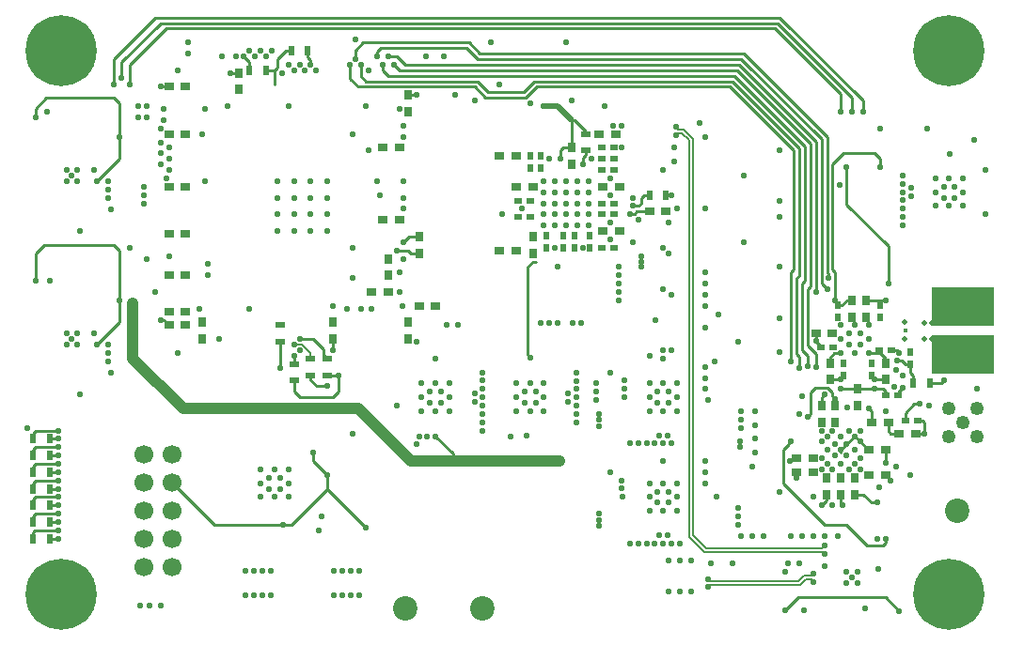
<source format=gbl>
%FSLAX46Y46*%
%MOMM*%
%ADD16C,0.180000*%
%ADD14C,0.200000*%
%ADD13C,0.250000*%
%ADD18C,0.280000*%
%ADD17C,0.500000*%
%ADD15C,1.000000*%
%AMPS24*
1,1,1.250000,0.000000,0.000000*
%
%ADD24PS24*%
%AMPS28*
1,1,2.200000,0.000000,0.000000*
%
%ADD28PS28*%
%AMPS42*
1,1,1.700000,0.000000,0.000000*
%
%ADD42PS42*%
%AMPS40*
1,1,1.700000,0.000000,0.000000*
%
%ADD40PS40*%
%AMPS20*
1,1,2.200000,0.000000,0.000000*
%
%ADD20PS20*%
%AMPS41*
1,1,1.700000,0.000000,0.000000*
%
%ADD41PS41*%
%AMPS25*
1,1,1.250000,0.000000,0.000000*
%
%ADD25PS25*%
%AMPS38*
1,1,1.700000,0.000000,0.000000*
%
%ADD38PS38*%
%AMPS23*
1,1,1.250000,0.000000,0.000000*
%
%ADD23PS23*%
%AMPS39*
1,1,1.700000,0.000000,0.000000*
%
%ADD39PS39*%
%AMPS19*
21,1,0.800000,0.750000,0.000000,0.000000,0.000000*
%
%ADD19PS19*%
%AMPS30*
21,1,0.800000,0.750000,0.000000,0.000000,270.000000*
%
%ADD30PS30*%
%AMPS32*
21,1,0.800000,0.750000,0.000000,0.000000,180.000000*
%
%ADD32PS32*%
%AMPS29*
21,1,0.800000,0.750000,0.000000,0.000000,90.000000*
%
%ADD29PS29*%
%AMPS36*
21,1,0.500000,0.900000,0.000000,0.000000,0.000000*
%
%ADD36PS36*%
%AMPS31*
21,1,0.500000,0.900000,0.000000,0.000000,270.000000*
%
%ADD31PS31*%
%AMPS26*
21,1,0.500000,0.900000,0.000000,0.000000,180.000000*
%
%ADD26PS26*%
%AMPS21*
21,1,0.500000,0.900000,0.000000,0.000000,90.000000*
%
%ADD21PS21*%
%AMPS27*
21,1,0.600000,0.500000,0.000000,0.000000,0.000000*
%
%ADD27PS27*%
%AMPS22*
21,1,0.600000,0.500000,0.000000,0.000000,270.000000*
%
%ADD22PS22*%
%AMPS35*
21,1,0.600000,0.500000,0.000000,0.000000,180.000000*
%
%ADD35PS35*%
%AMPS37*
21,1,0.600000,0.500000,0.000000,0.000000,90.000000*
%
%ADD37PS37*%
%AMPS47*
1,1,0.550000,0.000000,0.000000*
%
%ADD47PS47*%
%AMPS55*
1,1,0.500000,0.000000,0.000000*
%
%ADD55PS55*%
%AMPS51*
1,1,0.500000,0.000000,0.000000*
%
%ADD51PS51*%
%AMPS46*
1,1,0.550000,0.000000,0.000000*
%
%ADD46PS46*%
%AMPS53*
1,1,0.500000,0.000000,0.000000*
%
%ADD53PS53*%
%AMPS52*
1,1,0.410000,0.000000,0.000000*
%
%ADD52PS52*%
%AMPS43*
1,1,0.500000,0.000000,0.000000*
%
%ADD43PS43*%
%AMPS48*
1,1,0.550000,0.000000,0.000000*
%
%ADD48PS48*%
%AMPS50*
1,1,0.500000,0.000000,0.000000*
%
%ADD50PS50*%
%AMPS44*
1,1,0.550000,0.000000,0.000000*
%
%ADD44PS44*%
%AMPS49*
1,1,0.550000,0.000000,0.000000*
%
%ADD49PS49*%
%AMPS54*
1,1,0.500000,0.000000,0.000000*
%
%ADD54PS54*%
%AMPS45*
1,1,0.550000,0.000000,0.000000*
%
%ADD45PS45*%
%AMPS33*
21,1,3.500000,5.537200,-0.020000,0.000000,270.000000*
%
%ADD33PS33*%
%AMPS12*
1,1,6.400000,0.000000,0.000000*
%
%ADD12PS12*%
%AMPS10*
1,1,6.400000,0.000000,0.000000*
%
%ADD10PS10*%
%AMPS11*
1,1,6.400000,0.000000,0.000000*
%
%ADD11PS11*%
%AMPS34*
21,1,3.500000,5.537200,0.020000,0.000000,270.000000*
%
%ADD34PS34*%
G01*
G01*
%LPD*%
D13*
X31500000Y50750000D02*
X31000000Y51250000D01*
D13*
X72750000Y39118328D02*
X72750000Y42500000D01*
D14*
X57927512Y45575000D02*
X58575000Y44927512D01*
D13*
X49250000Y45500000D02*
X49250000Y45750000D01*
D13*
X68469668Y25393922D02*
X68211999Y25651591D01*
D13*
X68211999Y25651591D02*
X68211999Y32461999D01*
D13*
X40500000Y49250000D02*
X39500000Y50250000D01*
D13*
X500000Y35500000D02*
X6750000Y35500000D01*
D13*
X25054985Y22750000D02*
X26000000Y22750000D01*
D13*
X54500000Y40000000D02*
X55000000Y40000000D01*
D13*
X7469668Y51969668D02*
X7469668Y50530332D01*
D13*
X72225000Y12125000D02*
X72350000Y12000000D01*
D14*
X57383184Y45375000D02*
X57583184Y45575000D01*
D14*
X57383184Y46125000D02*
X57583184Y45925000D01*
D15*
X33500000Y16000000D02*
X28750000Y20750000D01*
D13*
X79600000Y19650000D02*
X79750000Y19500000D01*
D13*
X44861998Y49750000D02*
X43861998Y48750000D01*
D13*
X72225000Y13000000D02*
X72225000Y12125000D01*
D13*
X44654868Y50249990D02*
X43654878Y49250000D01*
D13*
X77699989Y25050011D02*
X77269235Y25050011D01*
D13*
X69000000Y32250000D02*
X69000000Y44414240D01*
D13*
X76500000Y19500000D02*
X76500000Y18750000D01*
D13*
X63285600Y52250000D02*
X39500000Y52250000D01*
D13*
X-500000Y18500000D02*
X-500000Y18000000D01*
D15*
X45738827Y15994557D02*
X38500000Y16000000D01*
D13*
X26000000Y25250000D02*
X25679290Y25570710D01*
D13*
X78750000Y23750000D02*
X78500000Y24000000D01*
D13*
X68500000Y44207120D02*
X62457130Y50249990D01*
D13*
X69250000Y20000000D02*
X69524999Y20274999D01*
D13*
X70500000Y21000000D02*
X70500000Y21750000D01*
D13*
X47000000Y44000000D02*
X47000000Y43250000D01*
D13*
X71500000Y42750000D02*
X72500000Y43750000D01*
D13*
X75250000Y43750000D02*
X75750000Y43250000D01*
D13*
X22750000Y10250000D02*
X26000000Y13500000D01*
D13*
X6750000Y48750000D02*
X715484Y48750000D01*
D13*
X35750000Y18250000D02*
X37300000Y16700000D01*
D13*
X69000000Y44414240D02*
X62664240Y50750000D01*
D13*
X28500000Y53000000D02*
X28500000Y52250000D01*
D16*
X23000000Y26500000D02*
X23732602Y26500000D01*
D13*
X69500000Y31750000D02*
X69500000Y44621360D01*
D13*
X76800000Y26000000D02*
X77266360Y26000000D01*
D13*
X8250000Y51750000D02*
X11500000Y55000000D01*
D13*
X70000000Y26850000D02*
X70000000Y27500000D01*
D13*
X39750000Y52750000D02*
X38750000Y53750000D01*
D13*
X73500000Y18250000D02*
X72250000Y17000000D01*
D17*
X48000000Y46750000D02*
X46750000Y48000000D01*
D13*
X11000000Y28750000D02*
X11250000Y28750000D01*
D13*
X76300000Y21900000D02*
X76300000Y22250000D01*
D13*
X71650000Y25750000D02*
X72250000Y25750000D01*
D13*
X24750000Y27000000D02*
X23500000Y27000000D01*
D18*
X67475001Y17475001D02*
X67750000Y17750000D01*
D13*
X63492720Y52750000D02*
X39750000Y52750000D01*
D13*
X71100000Y32900000D02*
X71000000Y33000000D01*
D13*
X-500000Y9000000D02*
X-500000Y9550000D01*
D13*
X76250000Y3750000D02*
X77500000Y2500000D01*
D13*
X77400000Y22200000D02*
X77850000Y22650000D01*
D13*
X23500000Y21750000D02*
X26500000Y21750000D01*
D16*
X23732602Y26500000D02*
X24500000Y25732602D01*
D13*
X38500000Y53250000D02*
X30861092Y53250000D01*
D17*
X46750000Y48000000D02*
X45500000Y48000000D01*
D13*
X62250000Y49750000D02*
X44861998Y49750000D01*
D13*
X75750000Y43250000D02*
X75750000Y42500000D01*
D13*
X26000000Y14750000D02*
X24750000Y16000000D01*
D14*
X58072488Y45925000D02*
X58925000Y45072488D01*
D13*
X-250000Y32250000D02*
X-250000Y34750000D01*
D13*
X75000000Y19500000D02*
X75000000Y20500000D01*
D13*
X74250000Y47500000D02*
X74250000Y48500000D01*
D13*
X63078480Y51750000D02*
X70000008Y44828472D01*
D13*
X21250000Y51250000D02*
X20500000Y51250000D01*
D13*
X1750000Y12000000D02*
X1000000Y12000000D01*
D13*
X1000000Y16500000D02*
X1750000Y16500000D01*
D13*
X31000000Y51250000D02*
X31000000Y51750000D01*
D13*
X715484Y48750000D02*
X-250000Y47784516D01*
D18*
X76023907Y8384999D02*
X76250000Y8611092D01*
D13*
X33000000Y51750000D02*
X63078480Y51750000D01*
D13*
X49250000Y43638002D02*
X49250000Y44000000D01*
D13*
X77500000Y18500000D02*
X76750000Y18500000D01*
D13*
X-500000Y14000000D02*
X-250000Y14250000D01*
D13*
X76300000Y22250000D02*
X76000000Y22550000D01*
D16*
X24500000Y25732602D02*
X24500000Y25250000D01*
D13*
X-250000Y15750000D02*
X1750000Y15750000D01*
D13*
X26530000Y26970000D02*
X26500000Y27000000D01*
D13*
X21250000Y51250000D02*
X21250000Y50000000D01*
D13*
X27000000Y22250000D02*
X27000000Y23750000D01*
D13*
X74750000Y17000000D02*
X73500000Y18250000D01*
D13*
X54250000Y39750000D02*
X54500000Y40000000D01*
D13*
X7250000Y43238045D02*
X7250000Y43750000D01*
D13*
X18000000Y51000000D02*
X17250000Y51000000D01*
D13*
X68250000Y15000000D02*
X68250000Y14500000D01*
D13*
X23500000Y21750000D02*
X23000000Y22250000D01*
D13*
X28000000Y50500000D02*
X28000000Y51750000D01*
D13*
X11000000Y55500000D02*
X7469668Y51969668D01*
D14*
X68427512Y5175000D02*
X60450000Y5175000D01*
D13*
X30861092Y53250000D02*
X30500000Y52888908D01*
D13*
X70000000Y26750000D02*
X70000000Y26850000D01*
D13*
X-500000Y9550000D02*
X-300000Y9750000D01*
D15*
X45738827Y15994557D02*
X46313827Y15994557D01*
D13*
X5250000Y26500000D02*
X7250000Y28500000D01*
D13*
X72500000Y43750000D02*
X75250000Y43750000D01*
D13*
X22250000Y53000000D02*
X21500000Y52250000D01*
D13*
X31500000Y52500000D02*
X32250000Y52500000D01*
D13*
X1750000Y18750000D02*
X-250000Y18750000D01*
D13*
X34250000Y34750000D02*
X33500000Y34750000D01*
D13*
X71475001Y22163001D02*
X71475001Y21896349D01*
D14*
X68927512Y5675000D02*
X68427512Y5175000D01*
D13*
X33322488Y36250000D02*
X32822488Y35750000D01*
D13*
X-500000Y12500000D02*
X-250000Y12750000D01*
D13*
X7250000Y48250000D02*
X6750000Y48750000D01*
D13*
X70000000Y25690364D02*
X69250000Y26440364D01*
D13*
X19000000Y52000000D02*
X18500000Y52500000D01*
D18*
X72750000Y10250000D02*
X70750000Y10250000D01*
D14*
X60450000Y4825000D02*
X60250000Y4625000D01*
D13*
X73700000Y22550000D02*
X73750000Y22500000D01*
D13*
X81250000Y23000000D02*
X81500000Y23250000D01*
D13*
X32250000Y52500000D02*
X33000000Y51750000D01*
D15*
X37900000Y16000000D02*
X38500000Y16000000D01*
D13*
X53638908Y38250000D02*
X53250000Y38250000D01*
D13*
X26000000Y13500000D02*
X26000000Y14750000D01*
D13*
X21750000Y26750000D02*
X21750000Y24350030D01*
D13*
X70500000Y45035600D02*
X63285600Y52250000D01*
D13*
X24500000Y23750000D02*
X24500000Y23304985D01*
D13*
X73800000Y22550000D02*
X73750000Y22500000D01*
D13*
X24750000Y16000000D02*
X24750000Y16750000D01*
D13*
X79000000Y18500000D02*
X79750000Y18500000D01*
D13*
X28750000Y49750000D02*
X28000000Y50500000D01*
D13*
X40250000Y48750000D02*
X39250000Y49750000D01*
D13*
X-500000Y17000000D02*
X-250000Y17250000D01*
D13*
X68000000Y44000002D02*
X62250000Y49750000D01*
D13*
X23000000Y23250000D02*
X23000000Y22250000D01*
D13*
X29500000Y50250000D02*
X29000000Y50750000D01*
D13*
X78750000Y23000000D02*
X78750000Y23750000D01*
D13*
X-250000Y34750000D02*
X500000Y35500000D01*
D13*
X77400000Y21900000D02*
X77400000Y22200000D01*
D13*
X1750000Y15000000D02*
X1000000Y15000000D01*
D13*
X76250000Y14750000D02*
X76750000Y14250000D01*
D13*
X33500000Y34750000D02*
X33250000Y35000000D01*
D18*
X67064990Y17064990D02*
X67475001Y17475001D01*
D13*
X26500000Y21750000D02*
X27000000Y22250000D01*
D15*
X33500000Y16000000D02*
X37300000Y16000000D01*
D13*
X69250000Y31500000D02*
X69500000Y31750000D01*
D13*
X-250000Y47784516D02*
X-250000Y47000000D01*
D13*
X70450000Y26250000D02*
X70450000Y26300000D01*
D13*
X69524999Y20274999D02*
X69524999Y22163001D01*
D13*
X69250000Y26440364D02*
X69250000Y31500000D01*
D13*
X1750000Y18000000D02*
X1000000Y18000000D01*
D13*
X75000000Y12250000D02*
X74250000Y13000000D01*
D14*
X57583184Y45575000D02*
X57927512Y45575000D01*
D13*
X21500000Y52250000D02*
X21500000Y51500000D01*
D14*
X69575000Y5675000D02*
X68927512Y5675000D01*
D13*
X44250000Y25301469D02*
X44000000Y25551469D01*
D18*
X70750000Y10250000D02*
X67064990Y13935010D01*
D13*
X69250000Y25500000D02*
X68750000Y26000000D01*
D13*
X71100000Y32500000D02*
X71100000Y32900000D01*
D13*
X29000000Y50750000D02*
X29000000Y51750000D01*
D14*
X69575000Y5325000D02*
X69072488Y5325000D01*
D13*
X70000008Y44828472D02*
X70000008Y31250000D01*
D13*
X54250000Y39250000D02*
X54250000Y39750000D01*
D18*
X74615001Y8384999D02*
X76023907Y8384999D01*
D13*
X75750000Y25750000D02*
X74750000Y25750000D01*
D13*
X39500000Y52250000D02*
X38500000Y53250000D01*
D13*
X26530000Y26000000D02*
X26530000Y26970000D01*
D14*
X57583184Y45925000D02*
X58072488Y45925000D01*
D13*
X71250000Y23350000D02*
X72250000Y23350000D01*
D13*
X75000000Y23700000D02*
X75000000Y23600000D01*
D13*
X72000000Y30250000D02*
X71750000Y30500000D01*
D13*
X43654878Y49250000D02*
X40500000Y49250000D01*
D13*
X34250000Y36250000D02*
X33322488Y36250000D01*
D13*
X21500000Y51500000D02*
X21250000Y51250000D01*
D13*
X-250000Y14250000D02*
X1750000Y14250000D01*
D13*
X47250000Y44250000D02*
X47000000Y44000000D01*
D13*
X24500000Y23304985D02*
X25054985Y22750000D01*
D13*
X68750000Y26000000D02*
X68750000Y32000000D01*
D13*
X78050000Y24700000D02*
X77699989Y25050011D01*
D13*
X76250000Y24850000D02*
X76250000Y25250000D01*
D13*
X7250000Y28500000D02*
X7250000Y30500000D01*
D13*
X75000000Y20500000D02*
X74750000Y20750000D01*
D13*
X76250000Y23350000D02*
X75250000Y23350000D01*
D13*
X8250000Y50000000D02*
X8250000Y51750000D01*
D13*
X71250000Y25350000D02*
X71650000Y25750000D01*
D13*
X76500000Y35368328D02*
X72750000Y39118328D01*
D13*
X68250000Y16250000D02*
X67929991Y16250000D01*
D14*
X58575000Y44927512D02*
X58575000Y9177512D01*
D13*
X78500000Y24700000D02*
X78050000Y24700000D01*
D13*
X30500000Y52888908D02*
X30500000Y52500000D01*
D13*
X-500000Y13500000D02*
X-500000Y14000000D01*
D13*
X70500000Y32000000D02*
X70500000Y45035600D01*
D13*
X69961999Y22600001D02*
X71038001Y22600001D01*
D13*
X70000000Y24510022D02*
X70000000Y25690364D01*
D13*
X1000000Y10500000D02*
X1750000Y10500000D01*
D13*
X72000000Y30050000D02*
X72325000Y30050000D01*
D13*
X25679290Y26070710D02*
X24750000Y27000000D01*
D15*
X8500000Y29500000D02*
X8500000Y30250000D01*
D13*
X1000000Y13500000D02*
X1750000Y13500000D01*
D13*
X66750000Y56000000D02*
X10500000Y56000000D01*
D13*
X24500000Y52138908D02*
X24250000Y52388908D01*
D14*
X70550000Y8175000D02*
X70750000Y8375000D01*
D13*
X72250000Y49085760D02*
X72250000Y47500000D01*
D13*
X68000000Y33300001D02*
X68000000Y44000002D01*
D14*
X60450000Y5175000D02*
X60250000Y5375000D01*
D13*
X73250000Y48792880D02*
X66542880Y55500000D01*
D13*
X19000000Y51250000D02*
X19000000Y52000000D01*
D13*
X33250000Y35000000D02*
X32280001Y35000000D01*
D13*
X48000000Y46750000D02*
X48000000Y44250000D01*
D13*
X15810000Y10250000D02*
X22000000Y10250000D01*
D13*
X71750000Y30500000D02*
X71750000Y33000000D01*
D13*
X62664240Y50750000D02*
X31500000Y50750000D01*
D15*
X46313827Y15994557D02*
X46888827Y15994557D01*
D13*
X71000000Y45242720D02*
X63492720Y52750000D01*
D13*
X49000000Y42750000D02*
X49000000Y43388002D01*
D13*
X48000000Y44250000D02*
X47250000Y44250000D01*
D13*
X25679290Y25570710D02*
X25679290Y26070710D01*
D13*
X71500000Y33250000D02*
X71500000Y42750000D01*
D13*
X72500000Y23600000D02*
X72250000Y23350000D01*
D13*
X24250000Y52388908D02*
X24250000Y53000000D01*
D15*
X28750000Y20750000D02*
X13000000Y20750000D01*
D13*
X69250000Y24600000D02*
X69250000Y25500000D01*
D13*
X-500000Y15000000D02*
X-500000Y15500000D01*
D13*
X76250000Y15850000D02*
X76250000Y17000000D01*
D13*
X72000000Y30050000D02*
X72000000Y30250000D01*
D13*
X54000000Y39000000D02*
X54250000Y39250000D01*
D13*
X77266360Y26000000D02*
X77504056Y25762304D01*
D13*
X7250000Y35000000D02*
X7250000Y30500000D01*
D18*
X74615001Y8384999D02*
X72750000Y10250000D01*
D13*
X24500000Y51750000D02*
X24500000Y52138908D01*
D13*
X66335760Y55000000D02*
X72250000Y49085760D01*
D13*
X68469668Y24380332D02*
X68469668Y25393922D01*
D13*
X78500000Y24000000D02*
X78500000Y24700000D01*
D13*
X71250000Y24850000D02*
X71250000Y25350000D01*
D13*
X7250000Y43750000D02*
X7250000Y45238045D01*
D14*
X59927512Y7825000D02*
X70550000Y7825000D01*
D13*
X71750000Y33000000D02*
X71500000Y33250000D01*
D13*
X32500000Y51250000D02*
X32000000Y51750000D01*
D13*
X76250000Y25250000D02*
X75750000Y25750000D01*
D13*
X75500000Y12250000D02*
X75000000Y12250000D01*
D13*
X-500000Y11000000D02*
X-250000Y11250000D01*
D13*
X75750000Y30500000D02*
X76250000Y30500000D01*
D13*
X76500000Y32000000D02*
X76500000Y35368328D01*
D13*
X72500000Y23700000D02*
X72500000Y23600000D01*
D13*
X70975000Y12475000D02*
X70500000Y12000000D01*
D13*
X44000000Y33500000D02*
X44500000Y34000000D01*
D13*
X6750000Y52250000D02*
X6750000Y50000000D01*
D13*
X70500000Y21750000D02*
X70750000Y22000000D01*
D13*
X75000000Y23600000D02*
X75250000Y23350000D01*
D13*
X53500000Y39000000D02*
X54000000Y39000000D01*
D14*
X69775000Y5875000D02*
X69575000Y5675000D01*
D13*
X23000000Y24750000D02*
X23000000Y25500000D01*
D13*
X38750000Y53750000D02*
X29250000Y53750000D01*
D13*
X67750000Y33050001D02*
X68000000Y33300001D01*
D13*
X67250000Y2570011D02*
X68429989Y3750000D01*
D13*
X55000000Y38500000D02*
X53888908Y38500000D01*
D13*
X-250000Y18750000D02*
X-500000Y18500000D01*
D13*
X-500000Y15500000D02*
X-250000Y15750000D01*
D13*
X-500000Y12000000D02*
X-500000Y12500000D01*
D13*
X71038001Y22600001D02*
X71475001Y22163001D01*
D13*
X75250000Y22550000D02*
X73800000Y22550000D01*
D13*
X29250000Y53750000D02*
X28500000Y53000000D01*
D13*
X11750000Y49750000D02*
X11000000Y49750000D01*
D13*
X71750000Y21000000D02*
X71750000Y21621350D01*
D14*
X58925000Y9322488D02*
X60072488Y8175000D01*
D13*
X62871360Y51250000D02*
X32500000Y51250000D01*
D14*
X69072488Y5325000D02*
X68572488Y4825000D01*
D13*
X-250000Y12750000D02*
X1750000Y12750000D01*
D13*
X44500000Y34000000D02*
X44750000Y34000000D01*
D13*
X70450000Y26300000D02*
X70000000Y26750000D01*
D13*
X12020000Y14040000D02*
X15810000Y10250000D01*
D13*
X-500000Y10500000D02*
X-500000Y11000000D01*
D13*
X71000000Y31500000D02*
X70500000Y32000000D01*
D13*
X-250000Y11250000D02*
X1750000Y11250000D01*
D13*
X44000000Y25551469D02*
X44000000Y33500000D01*
D13*
X75750000Y30050000D02*
X75750000Y30500000D01*
D13*
X37300000Y16700000D02*
X37300000Y16000000D01*
D13*
X26000000Y23750000D02*
X27000000Y23750000D01*
D13*
X72325000Y30050000D02*
X72775000Y30500000D01*
D13*
X69524999Y22163001D02*
X69961999Y22600001D01*
D13*
X68429989Y3750000D02*
X76250000Y3750000D01*
D13*
X78050000Y19650000D02*
X78050000Y20350000D01*
D13*
X70975000Y13000000D02*
X70975000Y12475000D01*
D14*
X70550000Y7825000D02*
X70750000Y7625000D01*
D13*
X68500000Y32750000D02*
X68500000Y44207120D01*
D14*
X69775000Y5125000D02*
X69575000Y5325000D01*
D13*
X66542880Y55500000D02*
X11000000Y55500000D01*
D13*
X39250000Y49750000D02*
X28750000Y49750000D01*
D18*
X67064990Y13935010D02*
X67064990Y17064990D01*
D13*
X67750000Y25000000D02*
X67750000Y33050001D01*
D13*
X79750000Y19500000D02*
X79750000Y18500000D01*
D13*
X-300000Y9750000D02*
X1750000Y9750000D01*
D14*
X58925000Y45072488D02*
X58925000Y9322488D01*
D15*
X13000000Y20750000D02*
X8500000Y25250000D01*
D14*
X68572488Y4825000D02*
X60450000Y4825000D01*
D13*
X-500000Y16500000D02*
X-500000Y17000000D01*
D14*
X58575000Y9177512D02*
X59927512Y7825000D01*
D13*
X-250000Y17250000D02*
X1750000Y17250000D01*
D13*
X29500000Y10000000D02*
X26000000Y13500000D01*
D13*
X22000000Y10250000D02*
X22750000Y10250000D01*
D13*
X72775000Y30500000D02*
X73250000Y30500000D01*
D13*
X68750000Y32000000D02*
X69000000Y32250000D01*
D13*
X53888908Y38500000D02*
X53638908Y38250000D01*
D13*
X5250000Y41238045D02*
X7250000Y43238045D01*
D15*
X37300000Y16000000D02*
X37900000Y16000000D01*
D13*
X79150000Y19650000D02*
X79600000Y19650000D01*
D13*
X71475001Y21896349D02*
X71750000Y21621350D01*
D13*
X78850000Y21150000D02*
X79350000Y21150000D01*
D13*
X71000000Y33000000D02*
X71000000Y45242720D01*
D13*
X72250000Y22550000D02*
X73700000Y22550000D01*
D13*
X39500000Y50250000D02*
X29500000Y50250000D01*
D13*
X49250000Y45750000D02*
X48250000Y46750000D01*
D13*
X68211999Y32461999D02*
X68500000Y32750000D01*
D13*
X74250000Y48500000D02*
X66750000Y56000000D01*
D13*
X74500000Y30500000D02*
X75750000Y30500000D01*
D13*
X69500000Y44621360D02*
X62871360Y51250000D01*
D13*
X48250000Y46750000D02*
X48000000Y46750000D01*
D13*
X22750000Y53000000D02*
X22250000Y53000000D01*
D13*
X43861998Y48750000D02*
X40250000Y48750000D01*
D13*
X6750000Y35500000D02*
X7250000Y35000000D01*
D13*
X80250000Y23000000D02*
X81250000Y23000000D01*
D13*
X11250000Y28750000D02*
X11750000Y28250000D01*
D13*
X7250000Y45238045D02*
X7250000Y48250000D01*
D15*
X8500000Y25250000D02*
X8500000Y29500000D01*
D13*
X49000000Y43388002D02*
X49250000Y43638002D01*
D13*
X33250000Y49000000D02*
X34000000Y49000000D01*
D14*
X60072488Y8175000D02*
X70550000Y8175000D01*
D13*
X76500000Y18750000D02*
X76750000Y18500000D01*
D13*
X10500000Y56000000D02*
X6750000Y52250000D01*
D13*
X62457130Y50249990D02*
X44654868Y50249990D01*
D18*
X76250000Y8611092D02*
X76250000Y9000000D01*
D13*
X72250000Y16750000D02*
X72250000Y17000000D01*
D13*
X67929991Y16250000D02*
X67679991Y16000000D01*
D13*
X73250000Y47500000D02*
X73250000Y48792880D01*
D13*
X11500000Y55000000D02*
X66335760Y55000000D01*
D13*
X76000000Y22550000D02*
X75250000Y22550000D01*
D13*
X78050000Y20350000D02*
X78850000Y21150000D01*
D13*
X1750000Y9000000D02*
X1000000Y9000000D01*
D13*
X73475000Y13000000D02*
X74250000Y13000000D01*
D10*
X82000000Y53000000D03*
D11*
X82000000Y4000000D03*
D11*
X2000000Y4000000D03*
D12*
X2000000Y53000000D03*
D19*
X50800000Y36750000D03*
D19*
X52300000Y36750000D03*
D19*
X11750000Y36500000D03*
D19*
X13250000Y36500000D03*
D20*
X82750000Y11500000D03*
D21*
X24500000Y25250000D03*
D21*
X24500000Y23750000D03*
D22*
X47250000Y36300000D03*
D22*
X47250000Y35200000D03*
D23*
X84520000Y18230000D03*
D23*
X81980000Y18230000D03*
D24*
X81980000Y20770000D03*
D25*
X83250000Y19500000D03*
D24*
X84520000Y20770000D03*
D26*
X-500000Y10500000D03*
D26*
X1000000Y10500000D03*
D27*
X50700000Y43250000D03*
D27*
X51800000Y43250000D03*
D28*
X40000000Y2750000D03*
D29*
X14750000Y27000000D03*
D29*
X14750000Y28500000D03*
D22*
X48250000Y36300000D03*
D22*
X48250000Y35200000D03*
D30*
X72225000Y14500000D03*
D30*
X72225000Y13000000D03*
D19*
X50500000Y45500000D03*
D19*
X52000000Y45500000D03*
D30*
X73475000Y14500000D03*
D30*
X73475000Y13000000D03*
D19*
X11750000Y45500000D03*
D19*
X13250000Y45500000D03*
D30*
X34250000Y36250000D03*
D30*
X34250000Y34750000D03*
D31*
X26000000Y23750000D03*
D31*
X26000000Y25250000D03*
D32*
X35750000Y30000000D03*
D32*
X34250000Y30000000D03*
D29*
X70500000Y19500000D03*
D29*
X70500000Y21000000D03*
D33*
X83231000Y29860000D03*
D34*
X83231000Y25640000D03*
D22*
X72500000Y24800000D03*
D22*
X72500000Y23700000D03*
D35*
X44300000Y39500000D03*
D35*
X43200000Y39500000D03*
D19*
X11750000Y32750000D03*
D19*
X13250000Y32750000D03*
D19*
X11750000Y49750000D03*
D19*
X13250000Y49750000D03*
D20*
X33000000Y2750000D03*
D26*
X-500000Y13500000D03*
D26*
X1000000Y13500000D03*
D36*
X20500000Y51250000D03*
D36*
X19000000Y51250000D03*
D30*
X44500000Y36250000D03*
D30*
X44500000Y34750000D03*
D29*
X73750000Y21000000D03*
D29*
X73750000Y22500000D03*
D29*
X31500000Y32750000D03*
D29*
X31500000Y34250000D03*
D32*
X76500000Y19500000D03*
D32*
X75000000Y19500000D03*
D26*
X-500000Y16500000D03*
D26*
X1000000Y16500000D03*
D37*
X75750000Y28950000D03*
D37*
X75750000Y30050000D03*
D19*
X41500000Y35000000D03*
D19*
X43000000Y35000000D03*
D26*
X-500000Y18000000D03*
D26*
X1000000Y18000000D03*
D29*
X71750000Y19500000D03*
D29*
X71750000Y21000000D03*
D35*
X44300000Y38000000D03*
D35*
X43200000Y38000000D03*
D30*
X70975000Y14500000D03*
D30*
X70975000Y13000000D03*
D29*
X74500000Y29000000D03*
D29*
X74500000Y30500000D03*
D26*
X78750000Y23000000D03*
D26*
X80250000Y23000000D03*
D26*
X-500000Y9000000D03*
D26*
X1000000Y9000000D03*
D19*
X74750000Y14750000D03*
D19*
X76250000Y14750000D03*
D19*
X77500000Y18500000D03*
D19*
X79000000Y18500000D03*
D26*
X55000000Y40000000D03*
D26*
X56500000Y40000000D03*
D37*
X72000000Y28950000D03*
D37*
X72000000Y30050000D03*
D32*
X44500000Y40750000D03*
D32*
X43000000Y40750000D03*
D37*
X45250000Y42450000D03*
D37*
X45250000Y43550000D03*
D27*
X50700000Y35250000D03*
D27*
X51800000Y35250000D03*
D21*
X21750000Y28250000D03*
D21*
X21750000Y26750000D03*
D30*
X76250000Y24850000D03*
D30*
X76250000Y23350000D03*
D29*
X48000000Y42750000D03*
D29*
X48000000Y44250000D03*
D26*
X22750000Y53000000D03*
D26*
X24250000Y53000000D03*
D22*
X75000000Y24800000D03*
D22*
X75000000Y23700000D03*
D19*
X50800000Y40750000D03*
D19*
X52300000Y40750000D03*
D35*
X71550000Y26250000D03*
D35*
X70450000Y26250000D03*
D29*
X26500000Y27000000D03*
D29*
X26500000Y28500000D03*
D35*
X79150000Y19650000D03*
D35*
X78050000Y19650000D03*
D30*
X33250000Y49000000D03*
D30*
X33250000Y47500000D03*
D22*
X49650000Y36300000D03*
D22*
X49650000Y35200000D03*
D22*
X45750000Y36300000D03*
D22*
X45750000Y35200000D03*
D19*
X11750000Y28250000D03*
D19*
X13250000Y28250000D03*
D19*
X11750000Y29500000D03*
D19*
X13250000Y29500000D03*
D27*
X50700000Y44250000D03*
D27*
X51800000Y44250000D03*
D30*
X18000000Y51000000D03*
D30*
X18000000Y49500000D03*
D19*
X31000000Y44250000D03*
D19*
X32500000Y44250000D03*
D29*
X33250000Y27000000D03*
D29*
X33250000Y28500000D03*
D27*
X50700000Y38250000D03*
D27*
X51800000Y38250000D03*
D27*
X75700000Y26000000D03*
D27*
X76800000Y26000000D03*
D32*
X69750000Y15000000D03*
D32*
X68250000Y15000000D03*
D32*
X31500000Y31250000D03*
D32*
X30000000Y31250000D03*
D30*
X71250000Y24850000D03*
D30*
X71250000Y23350000D03*
D22*
X78500000Y25800000D03*
D22*
X78500000Y24700000D03*
D19*
X74750000Y17000000D03*
D19*
X76250000Y17000000D03*
D37*
X44250000Y42450000D03*
D37*
X44250000Y43550000D03*
D26*
X-500000Y12000000D03*
D26*
X1000000Y12000000D03*
D32*
X71500000Y27500000D03*
D32*
X70000000Y27500000D03*
D32*
X69750000Y16250000D03*
D32*
X68250000Y16250000D03*
D19*
X11750000Y40750000D03*
D19*
X13250000Y40750000D03*
D27*
X76300000Y21900000D03*
D27*
X77400000Y21900000D03*
D31*
X23000000Y23250000D03*
D31*
X23000000Y24750000D03*
D27*
X50700000Y39250000D03*
D27*
X51800000Y39250000D03*
D21*
X49250000Y45500000D03*
D21*
X49250000Y44000000D03*
D38*
X12020000Y14040000D03*
D39*
X9480000Y8960000D03*
D40*
X12020000Y6420000D03*
D40*
X9480000Y16580000D03*
D41*
X12020000Y16580000D03*
D39*
X9480000Y11500000D03*
D40*
X9480000Y6420000D03*
D42*
X12020000Y8960000D03*
D39*
X9480000Y14040000D03*
D41*
X12020000Y11500000D03*
D26*
X-500000Y15000000D03*
D26*
X1000000Y15000000D03*
D32*
X56500000Y38500000D03*
D32*
X55000000Y38500000D03*
D29*
X73250000Y29000000D03*
D29*
X73250000Y30500000D03*
D27*
X50700000Y42250000D03*
D27*
X51800000Y42250000D03*
D19*
X41500000Y43500000D03*
D19*
X43000000Y43500000D03*
D19*
X31000000Y37750000D03*
D19*
X32500000Y37750000D03*
D43*
X83425000Y27025000D03*
D44*
X70750000Y8375000D03*
D45*
X17000000Y48000000D03*
D45*
X53500000Y35750000D03*
D45*
X56750000Y7000000D03*
D45*
X74750000Y25750000D03*
D46*
X73000000Y26500000D03*
D46*
X63250000Y19750000D03*
D45*
X74000000Y15250000D03*
D47*
X46738827Y28494557D03*
D45*
X65250000Y9250000D03*
D48*
X1750000Y10500000D03*
D45*
X81500000Y40750000D03*
D44*
X54744557Y17578873D03*
D47*
X69750000Y12750000D03*
D44*
X22500000Y15250000D03*
D48*
X24000000Y51250000D03*
D44*
X9000000Y48000000D03*
D46*
X56750000Y12250000D03*
D45*
X47500000Y40250000D03*
D49*
X81500000Y39750000D03*
D45*
X71000000Y31500000D03*
D49*
X32822488Y39750000D03*
D44*
X50500000Y20275000D03*
D44*
X34500000Y23000000D03*
D46*
X75500000Y9000000D03*
D47*
X35750000Y18250000D03*
D47*
X70000000Y26850000D03*
D45*
X63500000Y41750000D03*
D46*
X27375000Y6125000D03*
D45*
X57500000Y23000000D03*
D47*
X71100000Y32500000D03*
D44*
X63250000Y19000000D03*
D44*
X43000000Y21750000D03*
D45*
X26530000Y26000000D03*
D45*
X60000000Y23500000D03*
D45*
X71750000Y30500000D03*
D49*
X77250000Y15500000D03*
D45*
X1750000Y14250000D03*
D45*
X71500000Y12000000D03*
D47*
X70500000Y18750000D03*
D45*
X36250000Y22250000D03*
D45*
X63000000Y11750000D03*
D49*
X55000000Y23000000D03*
D46*
X40750000Y53750000D03*
D45*
X37750000Y28250000D03*
D46*
X56250000Y11500000D03*
D47*
X21500000Y39750000D03*
D45*
X46750000Y33550000D03*
D45*
X34500000Y21750000D03*
D45*
X68500000Y6750000D03*
D45*
X73250000Y5500000D03*
D45*
X28250000Y35250000D03*
D45*
X32750000Y30000000D03*
D43*
X85175000Y28475000D03*
D45*
X60000000Y32000000D03*
D45*
X84500000Y22500000D03*
D46*
X46500000Y37250000D03*
D45*
X60000000Y15000000D03*
D44*
X48125000Y28494557D03*
D49*
X84250000Y45000000D03*
D45*
X72750000Y16500000D03*
D45*
X52536657Y12768328D03*
D45*
X58750000Y7000000D03*
D45*
X73750000Y6000000D03*
D49*
X49500000Y40250000D03*
D46*
X54250000Y34500000D03*
D47*
X77500000Y2500000D03*
D44*
X22500000Y51750000D03*
D45*
X30500000Y41250000D03*
D46*
X55000000Y11500000D03*
D46*
X28875000Y3875000D03*
D45*
X57500000Y12750000D03*
D45*
X29000000Y29750000D03*
D45*
X49500000Y41250000D03*
D44*
X71000000Y17000000D03*
D44*
X52500000Y44250000D03*
D47*
X68500000Y20250000D03*
D46*
X55494557Y8578873D03*
D48*
X32822488Y41250000D03*
D45*
X73000000Y15250000D03*
D45*
X55000000Y20500000D03*
D45*
X15250000Y33750000D03*
D44*
X53250000Y38250000D03*
D44*
X60000000Y14000000D03*
D47*
X52499129Y13517391D03*
D46*
X49500000Y37250000D03*
D45*
X21935000Y51000000D03*
D45*
X11000000Y43750000D03*
D47*
X34500000Y20500000D03*
D47*
X35250000Y22250000D03*
D47*
X35750000Y20500000D03*
D44*
X9109418Y3000000D03*
D46*
X70500000Y17750000D03*
D48*
X71750000Y17500000D03*
D45*
X26500000Y30000000D03*
D50*
X79750000Y27025000D03*
D46*
X52250000Y31250000D03*
D45*
X6250000Y25000000D03*
D45*
X76250000Y20500000D03*
D45*
X82049265Y43700735D03*
D45*
X25250000Y9750000D03*
D44*
X83250000Y39000000D03*
D45*
X77828873Y38005443D03*
D45*
X11000000Y46000000D03*
D44*
X67750000Y17750000D03*
D44*
X45500000Y40250000D03*
D45*
X29500000Y48000000D03*
D45*
X66750000Y13250000D03*
D45*
X75250000Y23350000D03*
D44*
X36750000Y28250000D03*
D44*
X43750000Y22250000D03*
D46*
X78578873Y39880443D03*
D44*
X57750000Y4250000D03*
D47*
X5000056Y42250056D03*
D45*
X56250000Y25250000D03*
D45*
X40000000Y21750000D03*
D45*
X56250000Y42250000D03*
D45*
X72250000Y28250000D03*
D51*
X78000000Y28500000D03*
D47*
X55750000Y12250000D03*
D45*
X71000000Y15750000D03*
D45*
X47500000Y37250000D03*
D45*
X3750000Y22024999D03*
D47*
X34000000Y49000000D03*
D47*
X26625000Y6125000D03*
D45*
X-250000Y47000000D03*
D46*
X24500000Y36750000D03*
D48*
X70500000Y12000000D03*
D44*
X43000000Y20500000D03*
D44*
X77504056Y25762304D03*
D47*
X48875000Y28494557D03*
D47*
X27000000Y23750000D03*
D45*
X48421127Y20244557D03*
D47*
X7250000Y45238045D03*
D45*
X1750000Y12000000D03*
D43*
X82925000Y27025000D03*
D45*
X74000000Y17750000D03*
D44*
X66750000Y44000000D03*
D45*
X73500000Y25750000D03*
D44*
X1750000Y15000000D03*
D46*
X72750000Y6000000D03*
D45*
X18625000Y3875000D03*
D45*
X56750000Y4250000D03*
D44*
X64500000Y20500000D03*
D44*
X76500000Y32000000D03*
D46*
X71500000Y15250000D03*
D45*
X37900000Y16000000D03*
D44*
X53500000Y39000000D03*
D47*
X37300000Y16000000D03*
D46*
X60500000Y6750000D03*
D45*
X37000000Y20500000D03*
D43*
X81175000Y27025000D03*
D44*
X46500000Y35250000D03*
D49*
X53250000Y17578873D03*
D45*
X48500000Y38250000D03*
D45*
X63198531Y17244041D03*
D48*
X21250000Y12750000D03*
D44*
X56619557Y9328873D03*
D45*
X43000000Y23000000D03*
D45*
X74000000Y16250000D03*
D47*
X63250000Y9250000D03*
D49*
X70750000Y6500000D03*
D46*
X47500000Y53750000D03*
D45*
X46313827Y15994557D03*
D45*
X56250000Y23000000D03*
D46*
X9750000Y48000000D03*
D46*
X54250000Y33500000D03*
D45*
X52750000Y22500000D03*
D46*
X3500000Y27500000D03*
D45*
X63000000Y26750000D03*
D45*
X50250000Y23000000D03*
D44*
X82000000Y39000000D03*
D44*
X35000000Y18250000D03*
D47*
X77828873Y37255443D03*
D44*
X82000000Y41500000D03*
D45*
X45500000Y38250000D03*
D45*
X26000000Y39750000D03*
D45*
X77850000Y22650000D03*
D47*
X54250000Y34000000D03*
D44*
X27375000Y3875000D03*
D45*
X76250000Y30500000D03*
D45*
X57500000Y11500000D03*
D49*
X72250000Y27000000D03*
D45*
X25500000Y11000000D03*
D45*
X71750000Y16500000D03*
D45*
X23500000Y26000000D03*
D44*
X51500000Y24000000D03*
D45*
X35750000Y25250000D03*
D45*
X53250000Y8578873D03*
D48*
X55000000Y21750000D03*
D45*
X29750000Y44000000D03*
D45*
X63198531Y17819041D03*
D45*
X56994557Y8578873D03*
D45*
X19500000Y52500000D03*
D46*
X60250000Y21500000D03*
D44*
X51750000Y46250000D03*
D48*
X60250000Y4625000D03*
D47*
X80750000Y41500000D03*
D45*
X26625000Y3875000D03*
D45*
X46500000Y40250000D03*
D45*
X67500000Y6750000D03*
D47*
X67250000Y6000000D03*
D45*
X78578873Y40630443D03*
D44*
X5250000Y41238045D03*
D47*
X51500000Y40000000D03*
D44*
X77828873Y38755443D03*
D45*
X85250000Y38250000D03*
D45*
X45500000Y21750000D03*
D45*
X51500000Y36000000D03*
D47*
X76250000Y9000000D03*
D48*
X3500000Y41250000D03*
D45*
X49000000Y42750000D03*
D46*
X21000000Y53000000D03*
D46*
X73500000Y18250000D03*
D45*
X1750000Y18750000D03*
D45*
X16500000Y52500000D03*
D45*
X45738827Y15994557D03*
D48*
X68250000Y14500000D03*
D45*
X1750000Y17250000D03*
D44*
X43750000Y21250000D03*
D46*
X35750000Y23000000D03*
D48*
X2500000Y41250000D03*
D45*
X80750000Y39000000D03*
D46*
X66750000Y33500000D03*
D47*
X49750000Y43250000D03*
D46*
X38500000Y16000000D03*
D48*
X72250000Y22550000D03*
D49*
X31000000Y51750000D03*
D46*
X55750000Y13250000D03*
D45*
X49500000Y39250000D03*
D44*
X51000000Y48000000D03*
D44*
X40000000Y18750000D03*
D47*
X64500000Y16750000D03*
D44*
X57500000Y21750000D03*
D46*
X73000000Y18750000D03*
D44*
X81500000Y23250000D03*
D46*
X9000000Y47000000D03*
D45*
X9500000Y40000000D03*
D45*
X50475000Y10700000D03*
D47*
X6500000Y24000000D03*
D44*
X26000000Y41250000D03*
D45*
X69775000Y5125000D03*
D46*
X73500000Y28250000D03*
D47*
X72125000Y40900000D03*
D49*
X28875000Y6125000D03*
D45*
X20000000Y15250000D03*
D46*
X48421127Y21744557D03*
D45*
X20750000Y13500000D03*
D47*
X8250000Y50000000D03*
D45*
X77269235Y25050011D03*
D45*
X63500000Y35750000D03*
D45*
X60000000Y45250000D03*
D45*
X7469668Y50530332D03*
D45*
X57383184Y46125000D03*
D45*
X74449990Y2750000D03*
D44*
X19000000Y53000000D03*
D45*
X13500000Y52750000D03*
D45*
X1750000Y15750000D03*
D47*
X72000000Y9250000D03*
D44*
X79750000Y18500000D03*
D45*
X63000000Y10250000D03*
D44*
X53994557Y8578873D03*
D44*
X73750000Y5000000D03*
D44*
X28125000Y6125000D03*
D44*
X48500000Y41250000D03*
D45*
X14750000Y45500000D03*
D47*
X53994557Y17578873D03*
D49*
X62480000Y6770000D03*
D45*
X2500000Y42250000D03*
D46*
X21750000Y24350030D03*
D45*
X54744557Y8578873D03*
D45*
X61051469Y12750000D03*
D44*
X77828873Y41755443D03*
D46*
X26000000Y36750000D03*
D45*
X52250000Y32000000D03*
D46*
X75500000Y12250000D03*
D48*
X45500000Y48000000D03*
D49*
X40000000Y21000000D03*
D48*
X21750000Y13500000D03*
D45*
X32500000Y47750000D03*
D48*
X18500000Y52500000D03*
D45*
X72250000Y18250000D03*
D44*
X55000000Y25500000D03*
D45*
X51500000Y41500000D03*
D47*
X56994557Y17578873D03*
D45*
X55494557Y17578873D03*
D44*
X69250000Y20000000D03*
D44*
X56250000Y31500000D03*
D45*
X37000000Y23000000D03*
D52*
X78025000Y27750000D03*
D45*
X11250000Y47750000D03*
D45*
X74750000Y28250000D03*
D49*
X56750000Y21250000D03*
D45*
X45238827Y28494557D03*
D45*
X56619557Y18328873D03*
D48*
X6250000Y40488045D03*
D48*
X70750000Y22000000D03*
D45*
X50475000Y10125000D03*
D45*
X61250000Y29250000D03*
D44*
X36500000Y52500000D03*
D45*
X45500000Y41250000D03*
D45*
X77050000Y22725000D03*
D49*
X44250000Y20500000D03*
D44*
X57000000Y26000000D03*
D47*
X23000000Y51250000D03*
D46*
X60000000Y38750000D03*
D48*
X21750000Y14500000D03*
D44*
X24500000Y38250000D03*
D47*
X44250000Y25301469D03*
D44*
X11000000Y44750000D03*
D45*
X57500000Y14000000D03*
D44*
X20125000Y3875000D03*
D45*
X80149999Y21000000D03*
D45*
X45500000Y39250000D03*
D47*
X52500000Y46250000D03*
D44*
X30000000Y29750000D03*
D45*
X32822488Y38750000D03*
D45*
X44250000Y23000000D03*
D46*
X50500000Y19125000D03*
D47*
X46000000Y43250000D03*
D44*
X82500000Y39750000D03*
D45*
X32500000Y33000000D03*
D44*
X12500000Y25750000D03*
D45*
X52750000Y21750000D03*
D45*
X-250000Y32250000D03*
D44*
X56250000Y35250000D03*
D45*
X9500000Y39250000D03*
D44*
X66750000Y28850000D03*
D45*
X72250000Y47500000D03*
D44*
X77828873Y41005443D03*
D48*
X39250000Y22125000D03*
D44*
X44750000Y21250000D03*
D45*
X24750000Y16750000D03*
D47*
X3500000Y26500000D03*
D50*
X82925000Y28475000D03*
D45*
X16250000Y27000000D03*
D48*
X32500000Y31250000D03*
D49*
X19375000Y6125000D03*
D45*
X72750000Y5000000D03*
D49*
X71500000Y18750000D03*
D48*
X77828873Y39505443D03*
D44*
X75750000Y46000000D03*
D44*
X71750000Y21621350D03*
D44*
X3750000Y36750000D03*
D47*
X72750000Y42500000D03*
D45*
X37500000Y49000000D03*
D44*
X39250000Y48500000D03*
D47*
X50250000Y22250000D03*
D45*
X1000000Y32250000D03*
D45*
X74000000Y18750000D03*
D44*
X59500000Y46500000D03*
D46*
X72250000Y23350000D03*
D45*
X55000000Y14000000D03*
D49*
X1750000Y11250000D03*
D47*
X56750000Y37500000D03*
D46*
X11000000Y3000000D03*
D45*
X1750000Y16500000D03*
D44*
X3000000Y41750000D03*
D49*
X28250000Y18500000D03*
D46*
X11000000Y49750000D03*
D45*
X48421127Y20994557D03*
D47*
X41500000Y50000000D03*
D45*
X47000000Y43250000D03*
D45*
X34000000Y26750000D03*
D45*
X42488827Y18244557D03*
D50*
X79750000Y28475000D03*
D45*
X12500000Y51250000D03*
D45*
X2500000Y27500000D03*
D45*
X45500000Y20500000D03*
D46*
X32822488Y34250000D03*
D45*
X66750000Y25850000D03*
D45*
X74000000Y26500000D03*
D49*
X11750000Y43250000D03*
D44*
X50475000Y11275000D03*
D45*
X75705546Y13668043D03*
D48*
X1750000Y12750000D03*
D44*
X28250000Y45500000D03*
D53*
X80425000Y27025000D03*
D45*
X15250000Y32750000D03*
D45*
X56244557Y17578873D03*
D47*
X45500000Y23000000D03*
D47*
X23000000Y41250000D03*
D45*
X32000000Y51750000D03*
D47*
X6250000Y25750000D03*
D45*
X70500000Y15250000D03*
D44*
X47671127Y22119557D03*
D45*
X20000000Y12750000D03*
D44*
X21500000Y41250000D03*
D45*
X74750000Y27000000D03*
D45*
X63000000Y11000000D03*
D48*
X17250000Y51000000D03*
D45*
X64500000Y19250000D03*
D45*
X11500000Y41500000D03*
D45*
X60900000Y25000000D03*
D45*
X44250000Y48250000D03*
D45*
X9750000Y47000000D03*
D49*
X67750000Y25000000D03*
D44*
X750000Y47500000D03*
D46*
X48421127Y22494557D03*
D45*
X9750000Y34250000D03*
D47*
X41750000Y38250000D03*
D45*
X29750000Y51250000D03*
D45*
X75250000Y22550000D03*
D46*
X30500000Y52500000D03*
D45*
X70000000Y24510022D03*
D45*
X67250000Y2570011D03*
D45*
X75607112Y6250000D03*
D45*
X52250000Y33500000D03*
D44*
X10000000Y3000000D03*
D45*
X55869557Y9328873D03*
D45*
X49000000Y35250000D03*
D44*
X23000000Y26500000D03*
D54*
X78000000Y27000000D03*
D44*
X46500000Y38250000D03*
D47*
X48421127Y19494557D03*
D46*
X28500000Y52250000D03*
D44*
X44750000Y22250000D03*
D45*
X75750000Y42500000D03*
D46*
X28250000Y32500000D03*
D48*
X50250000Y21500000D03*
D45*
X5000000Y27500000D03*
D45*
X29500000Y10000000D03*
D44*
X27750000Y29750000D03*
D45*
X48500000Y37250000D03*
D48*
X60000000Y28000000D03*
D44*
X70750000Y7625000D03*
D44*
X37000000Y21750000D03*
D45*
X72250000Y25750000D03*
D46*
X48500000Y39250000D03*
D45*
X64250000Y15500000D03*
D43*
X80425000Y28475000D03*
D46*
X56750000Y22250000D03*
D44*
X56250000Y16000000D03*
D47*
X23000000Y39750000D03*
D45*
X72350000Y12000000D03*
D45*
X76750000Y14250000D03*
D45*
X56250000Y14000000D03*
D47*
X40000000Y22500000D03*
D48*
X60000000Y31000000D03*
D44*
X11000000Y28750000D03*
D45*
X49500000Y38250000D03*
D45*
X57744557Y8578873D03*
D46*
X23000000Y36750000D03*
D46*
X20000000Y14000000D03*
D46*
X8250000Y35250000D03*
D46*
X6250000Y41238045D03*
D45*
X34000000Y17500000D03*
D47*
X52500000Y14250000D03*
D45*
X69250000Y24600000D03*
D45*
X1750000Y13500000D03*
D46*
X77780986Y23720777D03*
D46*
X72750000Y17500000D03*
D44*
X54000000Y37750000D03*
D45*
X70000008Y31250000D03*
D45*
X48500000Y40250000D03*
D45*
X36250000Y21250000D03*
D45*
X45988827Y28494557D03*
D45*
X28125000Y3875000D03*
D45*
X72782418Y20853148D03*
D45*
X56750000Y13250000D03*
D47*
X47671127Y21369557D03*
D45*
X60000000Y16000000D03*
D49*
X5250000Y26500000D03*
D54*
X81175000Y28475000D03*
D44*
X64500000Y18000000D03*
D45*
X73500000Y17000000D03*
D48*
X55000000Y12750000D03*
D44*
X11750000Y44250000D03*
D46*
X40000000Y24000000D03*
D45*
X28500000Y54000000D03*
D45*
X29000000Y51750000D03*
D47*
X55750000Y21250000D03*
D45*
X67679991Y16000000D03*
D48*
X60000000Y33000000D03*
D44*
X31500000Y52500000D03*
D45*
X20500000Y52500000D03*
D49*
X15000000Y41250000D03*
D47*
X66750000Y38000000D03*
D45*
X8500000Y30250000D03*
D45*
X77828873Y40255443D03*
D47*
X3500000Y42250000D03*
D45*
X6750000Y50000000D03*
D47*
X57383184Y45375000D03*
D45*
X85250000Y42250000D03*
D45*
X40000000Y19500000D03*
D44*
X32250000Y21000000D03*
D47*
X23500000Y27000000D03*
D45*
X51500000Y37500000D03*
D47*
X24500000Y39750000D03*
D44*
X48421127Y23994557D03*
D44*
X8500000Y29500000D03*
D47*
X1750000Y9000000D03*
D44*
X45500000Y37250000D03*
D45*
X52250000Y32750000D03*
D44*
X70750000Y9250000D03*
D44*
X46500000Y41250000D03*
D49*
X46500000Y39250000D03*
D45*
X22000000Y10250000D03*
D44*
X43500000Y38750000D03*
D44*
X51500000Y15000000D03*
D47*
X72250000Y15750000D03*
D47*
X57750000Y7000000D03*
D45*
X68750000Y9250000D03*
D45*
X53500000Y39750000D03*
D48*
X52750000Y23250000D03*
D46*
X47500000Y38250000D03*
D44*
X23000000Y25500000D03*
D44*
X46888827Y15994557D03*
D45*
X24500000Y41250000D03*
D47*
X39250000Y21375000D03*
D45*
X60250000Y5375000D03*
D44*
X80750000Y40250000D03*
D45*
X60000000Y30000000D03*
D44*
X73250000Y47500000D03*
D45*
X14500000Y29750000D03*
D45*
X19000000Y29750000D03*
D45*
X21500000Y38250000D03*
D48*
X32280001Y35000000D03*
D44*
X21250000Y15250000D03*
D47*
X13500000Y53750000D03*
D45*
X20875000Y3875000D03*
D47*
X50500000Y19700000D03*
D48*
X24500000Y51750000D03*
D45*
X66750000Y39500000D03*
D45*
X57500000Y38750000D03*
D44*
X56244557Y8578873D03*
D45*
X22500000Y14000000D03*
D44*
X1750000Y9750000D03*
D45*
X26000000Y38250000D03*
D45*
X34250000Y18250000D03*
D45*
X20875000Y6125000D03*
D47*
X74250000Y47500000D03*
D55*
X83425000Y28475000D03*
D45*
X32822488Y35750000D03*
D45*
X73000000Y27500000D03*
D45*
X6500000Y38738045D03*
D45*
X23500000Y51750000D03*
D44*
X2500000Y26500000D03*
D46*
X30750000Y39999989D03*
D45*
X11750000Y42250000D03*
D45*
X55500000Y28750000D03*
D45*
X3000000Y27000000D03*
D45*
X20125000Y6125000D03*
D44*
X17750000Y52500000D03*
D45*
X56250000Y20500000D03*
D45*
X52250000Y30500000D03*
D45*
X73500000Y15750000D03*
D45*
X70500000Y16250000D03*
D47*
X40000000Y23250000D03*
D47*
X48000000Y48500000D03*
D45*
X57250000Y44250000D03*
D45*
X60000000Y22500000D03*
D45*
X1750000Y18000000D03*
D45*
X22500000Y48000000D03*
D44*
X56250000Y26000000D03*
D44*
X-1000031Y19000000D03*
D45*
X25000000Y51250000D03*
D45*
X7250000Y30500000D03*
D46*
X22500000Y12750000D03*
D45*
X57500000Y20500000D03*
D45*
X9500000Y40750000D03*
D47*
X11250000Y46750000D03*
D44*
X35250000Y21250000D03*
D45*
X57250000Y43000000D03*
D48*
X11750000Y34500000D03*
D44*
X47500000Y39250000D03*
D46*
X6250000Y39738045D03*
D45*
X6250000Y26500000D03*
D45*
X19375000Y3875000D03*
D44*
X34869654Y52500000D03*
D46*
X80000000Y46000000D03*
D46*
X67750000Y9250000D03*
D45*
X26000000Y14750000D03*
D45*
X83250000Y41500000D03*
D45*
X60000000Y24500000D03*
D45*
X32822488Y46250000D03*
D45*
X28000000Y51750000D03*
D48*
X68750000Y21850000D03*
D46*
X43963343Y18268328D03*
D45*
X48421127Y23244557D03*
D45*
X55750000Y22250000D03*
D44*
X11000000Y42750000D03*
D44*
X57000000Y40000000D03*
D44*
X74000000Y27500000D03*
D48*
X72250000Y17000000D03*
D50*
X85175000Y27025000D03*
D45*
X69750000Y9250000D03*
D45*
X68469668Y24380332D03*
D45*
X18625000Y6125000D03*
D45*
X82500000Y40750000D03*
D48*
X79350000Y21150000D03*
D44*
X76250000Y15850000D03*
D45*
X32822488Y45250000D03*
D49*
X21500000Y36750000D03*
D45*
X69775000Y5875000D03*
D44*
X71000000Y18250000D03*
D44*
X74750000Y20750000D03*
D47*
X77235358Y24235358D03*
D44*
X56750000Y34750000D03*
D45*
X26000000Y22750000D03*
D45*
X64250000Y9250000D03*
D45*
X55869557Y18328873D03*
D44*
X47500000Y41250000D03*
D44*
X20750000Y14500000D03*
D44*
X23000000Y38250000D03*
D45*
X15000000Y47750000D03*
D47*
X68932925Y2570009D03*
D44*
X58750000Y4250000D03*
D45*
X78500000Y14750000D03*
D45*
X10500000Y31250000D03*
D44*
X40000000Y20250000D03*
D44*
X57000000Y31000000D03*
D45*
X83250000Y40250000D03*
D44*
X63250000Y20500000D03*
D45*
X20000000Y53000000D03*
M02*

</source>
